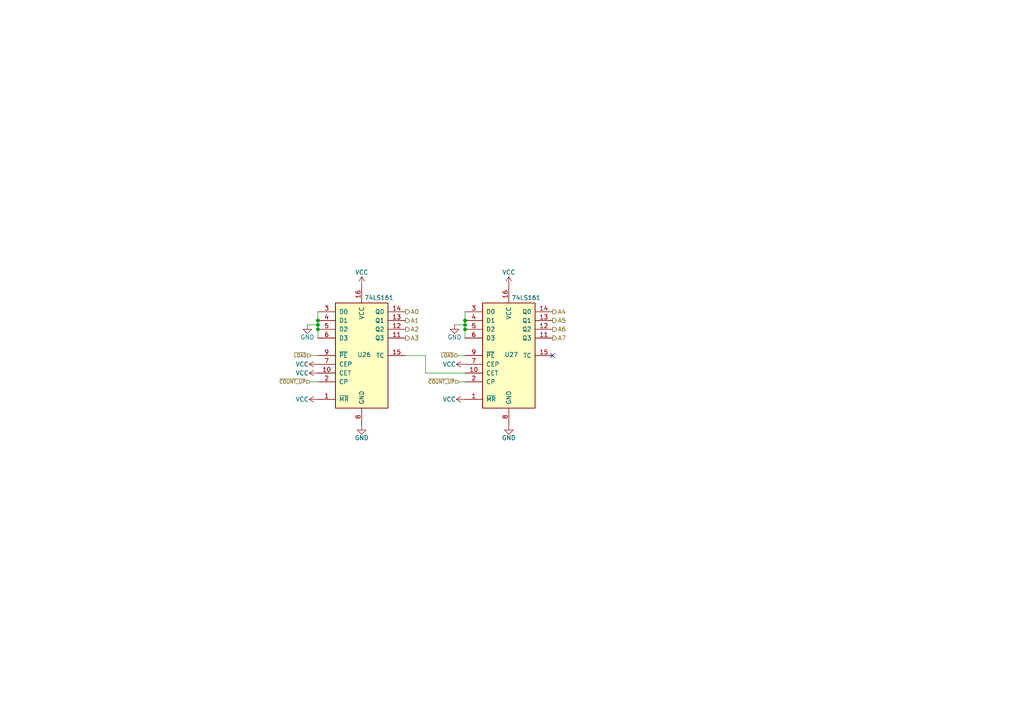
<source format=kicad_sch>
(kicad_sch (version 20211123) (generator eeschema)
  (paper "A4")
  (lib_symbols
    (symbol "74xx:74LS161" (pin_names (offset 1.016))
      (property "Reference" "U" (at -7.62 16.51 0))
      (property "Value" "74LS161" (at -7.62 -16.51 0))
      (symbol "74LS161_1_0"
        (pin input line (at -12.7 -12.7 0) (length 5.08) (name "~{MR}") (number "1"))
        (pin input line (at -12.7 -5.08 0) (length 5.08) (name "CET") (number "10"))
        (pin output line (at 12.7 5.08 180) (length 5.08) (name "Q3") (number "11"))
        (pin output line (at 12.7 7.62 180) (length 5.08) (name "Q2") (number "12"))
        (pin output line (at 12.7 10.16 180) (length 5.08) (name "Q1") (number "13"))
        (pin output line (at 12.7 12.7 180) (length 5.08) (name "Q0") (number "14"))
        (pin output line (at 12.7 0 180) (length 5.08) (name "TC") (number "15"))
        (pin power_in line (at 0 20.32 270) (length 5.08) (name "VCC") (number "16"))
        (pin input line (at -12.7 -7.62 0) (length 5.08) (name "CP") (number "2"))
        (pin input line (at -12.7 12.7 0) (length 5.08) (name "D0") (number "3"))
        (pin input line (at -12.7 10.16 0) (length 5.08) (name "D1") (number "4"))
        (pin input line (at -12.7 7.62 0) (length 5.08) (name "D2") (number "5"))
        (pin input line (at -12.7 5.08 0) (length 5.08) (name "D3") (number "6"))
        (pin input line (at -12.7 -2.54 0) (length 5.08) (name "CEP") (number "7"))
        (pin power_in line (at 0 -20.32 90) (length 5.08) (name "GND") (number "8"))
        (pin input line (at -12.7 0 0) (length 5.08) (name "~{PE}") (number "9"))
      )
      (symbol "74LS161_1_1"
        (rectangle (start -7.62 15.24) (end 7.62 -15.24) (stroke (width 0.254)) (fill (type background)))
      )
    )
    (symbol "power:GND" (power) (pin_names (offset 0))
      (property "Value" "GND" (at 0 -3.81 0))
      (symbol "GND_0_1"
        (polyline (pts (xy 0 0) (xy 0 -1.27) (xy 1.27 -1.27) (xy 0 -2.54) (xy -1.27 -1.27) (xy 0 -1.27)))
      )
      (symbol "GND_1_1"
        (pin power_in line (at 0 0 270) (length 0) hide (name "GND") (number "1"))
      )
    )
    (symbol "power:VCC" (power) (pin_names (offset 0))
      (property "Value" "VCC" (at 0 3.81 0))
      (symbol "VCC_0_1"
        (polyline (pts (xy -0.762 1.27) (xy 0 2.54)))
        (polyline (pts (xy 0 0) (xy 0 2.54)))
        (polyline (pts (xy 0 2.54) (xy 0.762 1.27)))
      )
      (symbol "VCC_1_1"
        (pin power_in line (at 0 0 90) (length 0) hide (name "VCC") (number "1"))
      )
    )
  )
  (junction (at 92.202 92.964))
  (junction (at 134.874 94.234))
  (junction (at 92.202 95.504))
  (junction (at 92.202 94.234))
  (junction (at 134.874 95.504))
  (junction (at 134.874 92.964))
  (no_connect (at 160.274 103.124))
  (wire (pts (xy 117.602 103.124) (xy 123.444 103.124)))
  (wire (pts (xy 134.874 90.424) (xy 134.874 92.964)))
  (wire (pts (xy 89.916 110.744) (xy 92.202 110.744)))
  (wire (pts (xy 92.202 92.964) (xy 92.202 94.234)))
  (wire (pts (xy 92.202 95.504) (xy 92.202 98.044)))
  (wire (pts (xy 92.202 94.234) (xy 92.202 95.504)))
  (wire (pts (xy 134.874 95.504) (xy 134.874 98.044)))
  (wire (pts (xy 131.826 94.234) (xy 134.874 94.234)))
  (wire (pts (xy 123.444 103.124) (xy 123.444 108.204)))
  (wire (pts (xy 90.17 103.124) (xy 92.202 103.124)))
  (wire (pts (xy 132.842 103.124) (xy 134.874 103.124)))
  (wire (pts (xy 92.202 90.424) (xy 92.202 92.964)))
  (wire (pts (xy 133.096 110.744) (xy 134.874 110.744)))
  (wire (pts (xy 134.874 92.964) (xy 134.874 94.234)))
  (wire (pts (xy 123.444 108.204) (xy 134.874 108.204)))
  (wire (pts (xy 89.154 94.234) (xy 92.202 94.234)))
  (wire (pts (xy 134.874 94.234) (xy 134.874 95.504)))
  (hierarchical_label "A4" (shape output) (at 160.274 90.424 0))
  (hierarchical_label "A6" (shape output) (at 160.274 95.504 0))
  (hierarchical_label "~{LOAD}" (shape input) (at 90.17 103.124 180) (effects (font (size 0.9906 0.9906))))
  (hierarchical_label "~{COUNT_UP}" (shape input) (at 89.916 110.744 180) (effects (font (size 0.9906 0.9906))))
  (hierarchical_label "A5" (shape output) (at 160.274 92.964 0))
  (hierarchical_label "A1" (shape output) (at 117.602 92.964 0))
  (hierarchical_label "A7" (shape output) (at 160.274 98.044 0))
  (hierarchical_label "~{LOAD}" (shape input) (at 132.842 103.124 180) (effects (font (size 0.9906 0.9906))))
  (hierarchical_label "A2" (shape output) (at 117.602 95.504 0))
  (hierarchical_label "A0" (shape output) (at 117.602 90.424 0))
  (hierarchical_label "A3" (shape output) (at 117.602 98.044 0))
  (hierarchical_label "~{COUNT_UP}" (shape input) (at 133.096 110.744 180) (effects (font (size 0.9906 0.9906))))
  (symbol (lib_id "power:VCC") (at 92.202 115.824 90)
    (property "Reference" "#PWR059" (effects hide))
    (property "Value" "VCC" (at 87.63 115.824 90))
  )
  (symbol (lib_id "74xx:74LS161") (at 147.574 103.124 0)
    (property "Reference" "U27" (at 146.304 102.87 0) (effects (justify left)))
    (property "Value" "74LS161" (at 148.336 86.36 0) (effects (justify left)))
    (property "Footprint" "Package_SO:TSSOP-16_4.4x5mm_P0.65mm" (effects hide))
    (property "Datasheet" "http://www.ti.com/lit/gpn/sn74LS161" (effects hide))
  )
  (symbol (lib_id "power:VCC") (at 134.874 105.664 90)
    (property "Reference" "#PWR063" (effects hide))
    (property "Value" "VCC" (at 130.302 105.664 90))
  )
  (symbol (lib_id "power:VCC") (at 92.202 108.204 90)
    (property "Reference" "#PWR058" (effects hide))
    (property "Value" "VCC" (at 87.63 108.204 90))
  )
  (symbol (lib_id "power:GND") (at 89.154 94.234 0)
    (property "Reference" "#PWR056" (effects hide))
    (property "Value" "GND" (at 89.154 97.79 0))
  )
  (symbol (lib_id "power:VCC") (at 147.574 82.804 0)
    (property "Reference" "#PWR065" (effects hide))
    (property "Value" "VCC" (at 147.574 78.994 0))
  )
  (symbol (lib_id "power:VCC") (at 92.202 105.664 90)
    (property "Reference" "#PWR057" (effects hide))
    (property "Value" "VCC" (at 87.63 105.664 90))
  )
  (symbol (lib_id "power:VCC") (at 134.874 115.824 90)
    (property "Reference" "#PWR064" (effects hide))
    (property "Value" "VCC" (at 130.302 115.824 90))
  )
  (symbol (lib_id "power:GND") (at 104.902 123.444 0)
    (property "Reference" "#PWR061" (effects hide))
    (property "Value" "GND" (at 104.902 127 0))
  )
  (symbol (lib_id "power:GND") (at 131.826 94.234 0)
    (property "Reference" "#PWR062" (effects hide))
    (property "Value" "GND" (at 131.826 97.79 0))
  )
  (symbol (lib_id "power:VCC") (at 104.902 82.804 0)
    (property "Reference" "#PWR060" (effects hide))
    (property "Value" "VCC" (at 104.902 78.994 0))
  )
  (symbol (lib_id "74xx:74LS161") (at 104.902 103.124 0)
    (property "Reference" "U26" (at 103.632 102.87 0) (effects (justify left)))
    (property "Value" "74LS161" (at 105.664 86.36 0) (effects (justify left)))
    (property "Footprint" "Package_SO:TSSOP-16_4.4x5mm_P0.65mm" (effects hide))
    (property "Datasheet" "http://www.ti.com/lit/gpn/sn74LS161" (effects hide))
  )
  (symbol (lib_id "power:GND") (at 147.574 123.444 0)
    (property "Reference" "#PWR066" (effects hide))
    (property "Value" "GND" (at 147.574 127 0))
  )
)
</source>
